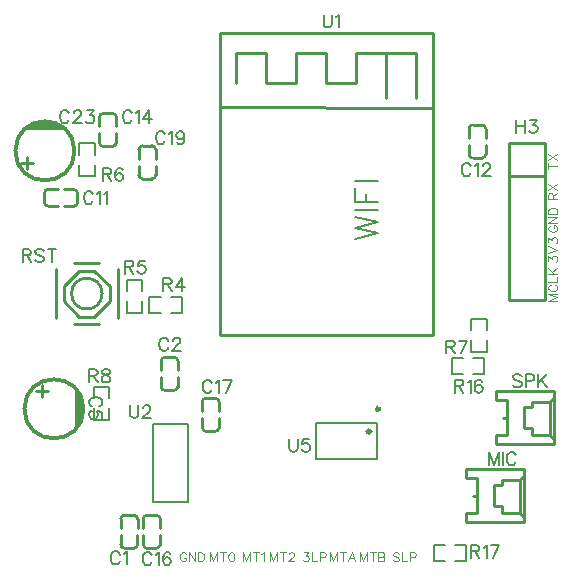
<source format=gto>
G04 Layer: TopSilkscreenLayer*
G04 Panelize: , Column: 1, Row: 1, Board Size: 1.85inch x 1.54inch, Panelized Board Size: 1.85inch x 1.54inch*
G04 EasyEDA v6.5.48, 2025-03-06 20:58:06*
G04 bc0108e7a25f4f9495a06a5a4f8deb47,84066bfdb5964fb78f634a0d0c1972bb,10*
G04 Gerber Generator version 0.2*
G04 Scale: 100 percent, Rotated: No, Reflected: No *
G04 Dimensions in inches *
G04 leading zeros omitted , absolute positions ,3 integer and 6 decimal *
%FSLAX36Y36*%
%MOIN*%

%ADD10C,0.0039*%
%ADD11C,0.0060*%
%ADD12C,0.0080*%
%ADD13C,0.0100*%
%ADD14C,0.0118*%
%ADD15C,0.0152*%

%LPD*%
D10*
X591473Y44623D02*
G01*
X590041Y47487D01*
X587179Y50351D01*
X584315Y51781D01*
X578589Y51781D01*
X575725Y50351D01*
X572862Y47487D01*
X571430Y44623D01*
X569998Y40329D01*
X569998Y33171D01*
X571430Y28876D01*
X572862Y26012D01*
X575725Y23150D01*
X578589Y21718D01*
X584315Y21718D01*
X587179Y23150D01*
X590041Y26012D01*
X591473Y28876D01*
X591473Y33171D01*
X584315Y33171D02*
G01*
X591473Y33171D01*
X600922Y51781D02*
G01*
X600922Y21718D01*
X600922Y51781D02*
G01*
X620965Y21718D01*
X620965Y51781D02*
G01*
X620965Y21718D01*
X630414Y51781D02*
G01*
X630414Y21718D01*
X630414Y51781D02*
G01*
X640435Y51781D01*
X644729Y50351D01*
X647593Y47487D01*
X649025Y44623D01*
X650457Y40329D01*
X650457Y33171D01*
X649025Y28876D01*
X647593Y26012D01*
X644729Y23150D01*
X640435Y21718D01*
X630414Y21718D01*
X670000Y51799D02*
G01*
X670000Y21700D01*
X670000Y51799D02*
G01*
X681500Y21700D01*
X692899Y51799D02*
G01*
X681500Y21700D01*
X692899Y51799D02*
G01*
X692899Y21700D01*
X712399Y51799D02*
G01*
X712399Y21700D01*
X702399Y51799D02*
G01*
X722399Y51799D01*
X740399Y51799D02*
G01*
X736100Y50399D01*
X733299Y46100D01*
X731799Y38899D01*
X731799Y34600D01*
X733299Y27399D01*
X736100Y23099D01*
X740399Y21700D01*
X743299Y21700D01*
X747600Y23099D01*
X750500Y27399D01*
X751900Y34600D01*
X751900Y38899D01*
X750500Y46100D01*
X747600Y50399D01*
X743299Y51799D01*
X740399Y51799D01*
X780000Y51799D02*
G01*
X780000Y21700D01*
X780000Y51799D02*
G01*
X791499Y21700D01*
X802899Y51799D02*
G01*
X791499Y21700D01*
X802899Y51799D02*
G01*
X802899Y21700D01*
X822399Y51799D02*
G01*
X822399Y21700D01*
X812399Y51799D02*
G01*
X832399Y51799D01*
X841800Y46100D02*
G01*
X844700Y47500D01*
X848999Y51799D01*
X848999Y21700D01*
X870000Y51799D02*
G01*
X870000Y21700D01*
X870000Y51799D02*
G01*
X881499Y21700D01*
X892899Y51799D02*
G01*
X881499Y21700D01*
X892899Y51799D02*
G01*
X892899Y21700D01*
X912399Y51799D02*
G01*
X912399Y21700D01*
X902399Y51799D02*
G01*
X922399Y51799D01*
X933299Y44600D02*
G01*
X933299Y46100D01*
X934700Y48899D01*
X936099Y50399D01*
X938999Y51799D01*
X944700Y51799D01*
X947600Y50399D01*
X948999Y48899D01*
X950500Y46100D01*
X950500Y43200D01*
X948999Y40300D01*
X946199Y35999D01*
X931800Y21700D01*
X951899Y21700D01*
X982861Y51781D02*
G01*
X998608Y51781D01*
X990019Y40329D01*
X994314Y40329D01*
X997178Y38897D01*
X998608Y37465D01*
X1000041Y33171D01*
X1000041Y30307D01*
X998608Y26012D01*
X995745Y23150D01*
X991450Y21718D01*
X987156Y21718D01*
X982861Y23150D01*
X981430Y24580D01*
X979997Y27444D01*
X1009489Y51781D02*
G01*
X1009489Y21718D01*
X1009489Y21718D02*
G01*
X1026669Y21718D01*
X1036117Y51781D02*
G01*
X1036117Y21718D01*
X1036117Y51781D02*
G01*
X1049003Y51781D01*
X1053298Y50351D01*
X1054728Y48919D01*
X1056161Y46055D01*
X1056161Y41761D01*
X1054728Y38897D01*
X1053298Y37465D01*
X1049003Y36033D01*
X1036117Y36033D01*
X1070000Y51799D02*
G01*
X1070000Y21700D01*
X1070000Y51799D02*
G01*
X1081499Y21700D01*
X1092899Y51799D02*
G01*
X1081499Y21700D01*
X1092899Y51799D02*
G01*
X1092899Y21700D01*
X1112399Y51799D02*
G01*
X1112399Y21700D01*
X1102399Y51799D02*
G01*
X1122399Y51799D01*
X1143299Y51799D02*
G01*
X1131800Y21700D01*
X1143299Y51799D02*
G01*
X1154799Y21700D01*
X1136099Y31700D02*
G01*
X1150500Y31700D01*
X1170000Y51799D02*
G01*
X1170000Y21700D01*
X1170000Y51799D02*
G01*
X1181499Y21700D01*
X1192899Y51799D02*
G01*
X1181499Y21700D01*
X1192899Y51799D02*
G01*
X1192899Y21700D01*
X1212399Y51799D02*
G01*
X1212399Y21700D01*
X1202399Y51799D02*
G01*
X1222399Y51799D01*
X1231800Y51799D02*
G01*
X1231800Y21700D01*
X1231800Y51799D02*
G01*
X1244700Y51799D01*
X1248999Y50399D01*
X1250500Y48899D01*
X1251899Y46100D01*
X1251899Y43200D01*
X1250500Y40300D01*
X1248999Y38899D01*
X1244700Y37500D01*
X1231800Y37500D02*
G01*
X1244700Y37500D01*
X1248999Y35999D01*
X1250500Y34600D01*
X1251899Y31700D01*
X1251899Y27399D01*
X1250500Y24600D01*
X1248999Y23099D01*
X1244700Y21700D01*
X1231800Y21700D01*
X1300000Y47500D02*
G01*
X1297200Y50399D01*
X1292899Y51799D01*
X1287200Y51799D01*
X1282899Y50399D01*
X1280000Y47500D01*
X1280000Y44600D01*
X1281400Y41799D01*
X1282899Y40300D01*
X1285699Y38899D01*
X1294300Y35999D01*
X1297200Y34600D01*
X1298599Y33200D01*
X1300000Y30300D01*
X1300000Y25999D01*
X1297200Y23099D01*
X1292899Y21700D01*
X1287200Y21700D01*
X1282899Y23099D01*
X1280000Y25999D01*
X1309499Y51799D02*
G01*
X1309499Y21700D01*
X1309499Y21700D02*
G01*
X1326700Y21700D01*
X1336099Y51799D02*
G01*
X1336099Y21700D01*
X1336099Y51799D02*
G01*
X1348999Y51799D01*
X1353299Y50399D01*
X1354700Y48899D01*
X1356199Y46100D01*
X1356199Y41799D01*
X1354700Y38899D01*
X1353299Y37500D01*
X1348999Y35999D01*
X1336099Y35999D01*
X1798213Y889998D02*
G01*
X1828278Y889998D01*
X1798213Y889998D02*
G01*
X1828278Y901451D01*
X1798213Y912903D02*
G01*
X1828278Y901451D01*
X1798213Y912903D02*
G01*
X1828278Y912903D01*
X1805371Y943827D02*
G01*
X1802509Y942395D01*
X1799645Y939533D01*
X1798213Y936669D01*
X1798213Y930943D01*
X1799645Y928079D01*
X1802509Y925216D01*
X1805371Y923784D01*
X1809666Y922352D01*
X1816824Y922352D01*
X1821120Y923784D01*
X1823982Y925216D01*
X1826845Y928079D01*
X1828278Y930943D01*
X1828278Y936669D01*
X1826845Y939533D01*
X1823982Y942395D01*
X1821120Y943827D01*
X1798213Y953276D02*
G01*
X1828278Y953276D01*
X1828278Y953276D02*
G01*
X1828278Y970455D01*
X1798213Y979904D02*
G01*
X1828278Y979904D01*
X1798213Y999947D02*
G01*
X1818257Y979904D01*
X1811098Y987062D02*
G01*
X1828278Y999947D01*
X1798213Y1022860D02*
G01*
X1798213Y1038609D01*
X1809666Y1030019D01*
X1809666Y1034313D01*
X1811098Y1037177D01*
X1812529Y1038609D01*
X1816824Y1040041D01*
X1819687Y1040041D01*
X1823982Y1038609D01*
X1826845Y1035745D01*
X1828278Y1031451D01*
X1828278Y1027156D01*
X1826845Y1022860D01*
X1825415Y1021430D01*
X1822551Y1019998D01*
X1798213Y1049490D02*
G01*
X1828278Y1060943D01*
X1798213Y1072395D02*
G01*
X1828278Y1060943D01*
X1798213Y1084708D02*
G01*
X1798213Y1100455D01*
X1809666Y1091866D01*
X1809666Y1096161D01*
X1811098Y1099023D01*
X1812529Y1100455D01*
X1816824Y1101887D01*
X1819687Y1101887D01*
X1823982Y1100455D01*
X1826845Y1097593D01*
X1828278Y1093297D01*
X1828278Y1089002D01*
X1826845Y1084708D01*
X1825415Y1083276D01*
X1822551Y1081844D01*
X1805371Y1141473D02*
G01*
X1802509Y1140041D01*
X1799645Y1137177D01*
X1798213Y1134313D01*
X1798213Y1128587D01*
X1799645Y1125725D01*
X1802509Y1122860D01*
X1805371Y1121430D01*
X1809666Y1119998D01*
X1816824Y1119998D01*
X1821120Y1121430D01*
X1823982Y1122860D01*
X1826845Y1125725D01*
X1828278Y1128587D01*
X1828278Y1134313D01*
X1826845Y1137177D01*
X1823982Y1140041D01*
X1821120Y1141473D01*
X1816824Y1141473D01*
X1816824Y1134313D02*
G01*
X1816824Y1141473D01*
X1798213Y1150920D02*
G01*
X1828278Y1150920D01*
X1798213Y1150920D02*
G01*
X1828278Y1170963D01*
X1798213Y1170963D02*
G01*
X1828278Y1170963D01*
X1798213Y1180412D02*
G01*
X1828278Y1180412D01*
X1798213Y1180412D02*
G01*
X1798213Y1190435D01*
X1799645Y1194729D01*
X1802509Y1197593D01*
X1805371Y1199023D01*
X1809666Y1200455D01*
X1816824Y1200455D01*
X1821120Y1199023D01*
X1823982Y1197593D01*
X1826845Y1194729D01*
X1828278Y1190435D01*
X1828278Y1180412D01*
X1798213Y1229998D02*
G01*
X1828278Y1229998D01*
X1798213Y1229998D02*
G01*
X1798213Y1242883D01*
X1799645Y1247177D01*
X1801076Y1248609D01*
X1803940Y1250041D01*
X1806803Y1250041D01*
X1809666Y1248609D01*
X1811098Y1247177D01*
X1812529Y1242883D01*
X1812529Y1229998D01*
X1812529Y1240019D02*
G01*
X1828278Y1250041D01*
X1798213Y1259490D02*
G01*
X1828278Y1279533D01*
X1798213Y1279533D02*
G01*
X1828278Y1259490D01*
X1798213Y1340018D02*
G01*
X1828278Y1340018D01*
X1798213Y1329996D02*
G01*
X1798213Y1350039D01*
X1798213Y1359488D02*
G01*
X1828278Y1379531D01*
X1798213Y1379531D02*
G01*
X1828278Y1359488D01*
D11*
X1600000Y385408D02*
G01*
X1600000Y342454D01*
X1600000Y385408D02*
G01*
X1616364Y342454D01*
X1632727Y385408D02*
G01*
X1616364Y342454D01*
X1632727Y385408D02*
G01*
X1632727Y342454D01*
X1646226Y385408D02*
G01*
X1646226Y342454D01*
X1690408Y375181D02*
G01*
X1688364Y379272D01*
X1684273Y383364D01*
X1680182Y385408D01*
X1671999Y385408D01*
X1667908Y383364D01*
X1663818Y379272D01*
X1661773Y375181D01*
X1659727Y369045D01*
X1659727Y358818D01*
X1661773Y352681D01*
X1663818Y348591D01*
X1667908Y344499D01*
X1671999Y342454D01*
X1680182Y342454D01*
X1684273Y344499D01*
X1688364Y348591D01*
X1690408Y352681D01*
X1708635Y639272D02*
G01*
X1704544Y643364D01*
X1698409Y645408D01*
X1690227Y645408D01*
X1684090Y643364D01*
X1680000Y639272D01*
X1680000Y635181D01*
X1682044Y631091D01*
X1684090Y629045D01*
X1688181Y626999D01*
X1700455Y622908D01*
X1704544Y620864D01*
X1706590Y618818D01*
X1708635Y614726D01*
X1708635Y608591D01*
X1704544Y604499D01*
X1698409Y602454D01*
X1690227Y602454D01*
X1684090Y604499D01*
X1680000Y608591D01*
X1722136Y645408D02*
G01*
X1722136Y602454D01*
X1722136Y645408D02*
G01*
X1740545Y645408D01*
X1746682Y643364D01*
X1748726Y641318D01*
X1750772Y637226D01*
X1750772Y631091D01*
X1748726Y626999D01*
X1746682Y624954D01*
X1740545Y622908D01*
X1722136Y622908D01*
X1764273Y645408D02*
G01*
X1764273Y602454D01*
X1792908Y645408D02*
G01*
X1764273Y616772D01*
X1774499Y626999D02*
G01*
X1792908Y602454D01*
X200700Y1515199D02*
G01*
X198600Y1519299D01*
X194499Y1523400D01*
X190500Y1525399D01*
X182300Y1525399D01*
X178200Y1523400D01*
X174099Y1519299D01*
X171999Y1515199D01*
X170000Y1509000D01*
X170000Y1498800D01*
X171999Y1492699D01*
X174099Y1488600D01*
X178200Y1484499D01*
X182300Y1482500D01*
X190500Y1482500D01*
X194499Y1484499D01*
X198600Y1488600D01*
X200700Y1492699D01*
X216199Y1515199D02*
G01*
X216199Y1517199D01*
X218299Y1521300D01*
X220300Y1523400D01*
X224400Y1525399D01*
X232600Y1525399D01*
X236700Y1523400D01*
X238699Y1521300D01*
X240799Y1517199D01*
X240799Y1513099D01*
X238699Y1509000D01*
X234600Y1502899D01*
X214200Y1482500D01*
X242800Y1482500D01*
X260399Y1525399D02*
G01*
X282899Y1525399D01*
X270599Y1509000D01*
X276799Y1509000D01*
X280900Y1506999D01*
X282899Y1505000D01*
X285000Y1498800D01*
X285000Y1494699D01*
X282899Y1488600D01*
X278800Y1484499D01*
X272699Y1482500D01*
X266500Y1482500D01*
X260399Y1484499D01*
X258400Y1486500D01*
X256300Y1490599D01*
X300599Y537939D02*
G01*
X304699Y539940D01*
X308699Y544040D01*
X310799Y548139D01*
X310799Y556340D01*
X308699Y560439D01*
X304699Y564540D01*
X300599Y566540D01*
X294400Y568539D01*
X284200Y568539D01*
X278099Y566540D01*
X274000Y564540D01*
X269899Y560439D01*
X267800Y556340D01*
X267800Y548139D01*
X269899Y544040D01*
X274000Y539940D01*
X278099Y537939D01*
X310799Y499839D02*
G01*
X310799Y520340D01*
X292399Y522339D01*
X294400Y520340D01*
X296500Y514140D01*
X296500Y508040D01*
X294400Y501939D01*
X290300Y497840D01*
X284200Y495740D01*
X280100Y495740D01*
X274000Y497840D01*
X269899Y501939D01*
X267800Y508040D01*
X267800Y514140D01*
X269899Y520340D01*
X271900Y522339D01*
X275999Y524439D01*
X1540000Y75399D02*
G01*
X1540000Y32500D01*
X1540000Y75399D02*
G01*
X1558400Y75399D01*
X1564499Y73400D01*
X1566599Y71300D01*
X1568599Y67199D01*
X1568599Y63099D01*
X1566599Y59000D01*
X1564499Y56999D01*
X1558400Y55000D01*
X1540000Y55000D01*
X1554300Y55000D02*
G01*
X1568599Y32500D01*
X1582100Y67199D02*
G01*
X1586199Y69299D01*
X1592399Y75399D01*
X1592399Y32500D01*
X1634499Y75399D02*
G01*
X1613999Y32500D01*
X1605900Y75399D02*
G01*
X1634499Y75399D01*
X1540268Y1338530D02*
G01*
X1538168Y1342631D01*
X1534068Y1346730D01*
X1530069Y1348730D01*
X1521868Y1348730D01*
X1517768Y1346730D01*
X1513668Y1342631D01*
X1511568Y1338530D01*
X1509569Y1332330D01*
X1509569Y1322130D01*
X1511568Y1316030D01*
X1513668Y1311930D01*
X1517768Y1307831D01*
X1521868Y1305830D01*
X1530069Y1305830D01*
X1534068Y1307831D01*
X1538168Y1311930D01*
X1540268Y1316030D01*
X1553769Y1340531D02*
G01*
X1557869Y1342631D01*
X1563968Y1348730D01*
X1563968Y1305830D01*
X1579569Y1338530D02*
G01*
X1579569Y1340531D01*
X1581568Y1344630D01*
X1583568Y1346730D01*
X1587668Y1348730D01*
X1595869Y1348730D01*
X1599969Y1346730D01*
X1602069Y1344630D01*
X1604068Y1340531D01*
X1604068Y1336430D01*
X1602069Y1332330D01*
X1597969Y1326230D01*
X1577469Y1305830D01*
X1606068Y1305830D01*
X520697Y1445207D02*
G01*
X518596Y1449306D01*
X514497Y1453407D01*
X510497Y1455407D01*
X502296Y1455407D01*
X498197Y1453407D01*
X494097Y1449306D01*
X491997Y1445207D01*
X489996Y1439007D01*
X489996Y1428807D01*
X491997Y1422707D01*
X494097Y1418607D01*
X498197Y1414506D01*
X502296Y1412507D01*
X510497Y1412507D01*
X514497Y1414506D01*
X518596Y1418607D01*
X520697Y1422707D01*
X534196Y1447206D02*
G01*
X538296Y1449306D01*
X544396Y1455407D01*
X544396Y1412507D01*
X584497Y1441107D02*
G01*
X582496Y1435007D01*
X578396Y1430907D01*
X572197Y1428807D01*
X570196Y1428807D01*
X563996Y1430907D01*
X559996Y1435007D01*
X557896Y1441107D01*
X557896Y1443107D01*
X559996Y1449306D01*
X563996Y1453407D01*
X570196Y1455407D01*
X572197Y1455407D01*
X578396Y1453407D01*
X582496Y1449306D01*
X584497Y1441107D01*
X584497Y1430907D01*
X582496Y1420607D01*
X578396Y1414506D01*
X572197Y1412507D01*
X568096Y1412507D01*
X561997Y1414506D01*
X559996Y1418607D01*
X1048663Y1844366D02*
G01*
X1048663Y1813665D01*
X1050663Y1807566D01*
X1054763Y1803465D01*
X1060964Y1801466D01*
X1065064Y1801466D01*
X1071163Y1803465D01*
X1075263Y1807566D01*
X1077263Y1813665D01*
X1077263Y1844366D01*
X1090763Y1836165D02*
G01*
X1094863Y1838265D01*
X1101063Y1844366D01*
X1101063Y1801466D01*
D12*
X1152628Y1097456D02*
G01*
X1229029Y1115655D01*
X1152628Y1133856D02*
G01*
X1229029Y1115655D01*
X1152628Y1133856D02*
G01*
X1229029Y1152055D01*
X1152628Y1170156D02*
G01*
X1229029Y1152055D01*
X1152628Y1194155D02*
G01*
X1229029Y1194155D01*
X1152628Y1218155D02*
G01*
X1229029Y1218155D01*
X1152628Y1218155D02*
G01*
X1152628Y1265455D01*
X1189029Y1218155D02*
G01*
X1189029Y1247256D01*
X1152628Y1289456D02*
G01*
X1229029Y1289456D01*
D11*
X933810Y430734D02*
G01*
X933810Y400034D01*
X935811Y393935D01*
X939911Y389834D01*
X946111Y387835D01*
X950210Y387835D01*
X956310Y389834D01*
X960411Y393935D01*
X962411Y400034D01*
X962411Y430734D01*
X1000510Y430734D02*
G01*
X980011Y430734D01*
X978010Y412334D01*
X980011Y414335D01*
X986211Y416435D01*
X992310Y416435D01*
X998410Y414335D01*
X1002511Y410335D01*
X1004611Y404135D01*
X1004611Y400034D01*
X1002511Y393935D01*
X998410Y389834D01*
X992310Y387835D01*
X986211Y387835D01*
X980011Y389834D01*
X978010Y391835D01*
X975910Y395934D01*
X369782Y44454D02*
G01*
X367681Y48553D01*
X363582Y52654D01*
X359582Y54654D01*
X351381Y54654D01*
X347282Y52654D01*
X343182Y48553D01*
X341082Y44454D01*
X339081Y38254D01*
X339081Y28054D01*
X341082Y21954D01*
X343182Y17854D01*
X347282Y13753D01*
X351381Y11754D01*
X359582Y11754D01*
X363582Y13753D01*
X367681Y17854D01*
X369782Y21954D01*
X383281Y46453D02*
G01*
X387381Y48553D01*
X393481Y54654D01*
X393481Y11754D01*
X531116Y757035D02*
G01*
X529016Y761134D01*
X524915Y765234D01*
X520916Y767235D01*
X512716Y767235D01*
X508616Y765234D01*
X504515Y761134D01*
X502415Y757035D01*
X500416Y750835D01*
X500416Y740635D01*
X502415Y734535D01*
X504515Y730435D01*
X508616Y726334D01*
X512716Y724335D01*
X520916Y724335D01*
X524915Y726334D01*
X529016Y730435D01*
X531116Y734535D01*
X546615Y757035D02*
G01*
X546615Y759034D01*
X548715Y763135D01*
X550716Y765234D01*
X554816Y767235D01*
X563015Y767235D01*
X567116Y765234D01*
X569115Y763135D01*
X571215Y759034D01*
X571215Y754935D01*
X569115Y750835D01*
X565016Y744735D01*
X544616Y724335D01*
X573216Y724335D01*
X280702Y1245194D02*
G01*
X278602Y1249293D01*
X274502Y1253393D01*
X270502Y1255394D01*
X262301Y1255394D01*
X258202Y1253393D01*
X254101Y1249293D01*
X252002Y1245194D01*
X250001Y1238993D01*
X250001Y1228793D01*
X252002Y1222694D01*
X254101Y1218593D01*
X258202Y1214493D01*
X262301Y1212494D01*
X270502Y1212494D01*
X274502Y1214493D01*
X278602Y1218593D01*
X280702Y1222694D01*
X294202Y1247193D02*
G01*
X298301Y1249293D01*
X304402Y1255394D01*
X304402Y1212494D01*
X317901Y1247193D02*
G01*
X322002Y1249293D01*
X328101Y1255394D01*
X328101Y1212494D01*
X410700Y1515192D02*
G01*
X408600Y1519292D01*
X404501Y1523393D01*
X400500Y1525392D01*
X392301Y1525392D01*
X388200Y1523393D01*
X384101Y1519292D01*
X382001Y1515192D01*
X380001Y1508993D01*
X380001Y1498793D01*
X382001Y1492692D01*
X384101Y1488593D01*
X388200Y1484493D01*
X392301Y1482492D01*
X400500Y1482492D01*
X404501Y1484493D01*
X408600Y1488593D01*
X410700Y1492692D01*
X424200Y1517193D02*
G01*
X428301Y1519292D01*
X434400Y1525392D01*
X434400Y1482492D01*
X468400Y1525392D02*
G01*
X447901Y1496792D01*
X478600Y1496792D01*
X468400Y1525392D02*
G01*
X468400Y1482492D01*
X312188Y1332343D02*
G01*
X312188Y1289443D01*
X312188Y1332343D02*
G01*
X330588Y1332343D01*
X336689Y1330342D01*
X338789Y1328243D01*
X340788Y1324142D01*
X340788Y1320043D01*
X338789Y1315943D01*
X336689Y1313942D01*
X330588Y1311943D01*
X312188Y1311943D01*
X326489Y1311943D02*
G01*
X340788Y1289443D01*
X378888Y1326242D02*
G01*
X376788Y1330342D01*
X370689Y1332343D01*
X366588Y1332343D01*
X360488Y1330342D01*
X356388Y1324142D01*
X354288Y1313942D01*
X354288Y1303742D01*
X356388Y1295542D01*
X360488Y1291442D01*
X366588Y1289443D01*
X368688Y1289443D01*
X374789Y1291442D01*
X378888Y1295542D01*
X380889Y1301642D01*
X380889Y1303742D01*
X378888Y1309843D01*
X374789Y1313942D01*
X368688Y1315943D01*
X366588Y1315943D01*
X360488Y1313942D01*
X356388Y1309843D01*
X354288Y1303742D01*
X1457124Y757507D02*
G01*
X1457124Y714607D01*
X1457124Y757507D02*
G01*
X1475524Y757507D01*
X1481625Y755507D01*
X1483725Y753407D01*
X1485725Y749308D01*
X1485725Y745207D01*
X1483725Y741107D01*
X1481625Y739108D01*
X1475524Y737107D01*
X1457124Y737107D01*
X1471424Y737107D02*
G01*
X1485725Y714607D01*
X1527924Y757507D02*
G01*
X1507425Y714607D01*
X1499224Y757507D02*
G01*
X1527924Y757507D01*
X45300Y1062199D02*
G01*
X45300Y1019200D01*
X45300Y1062199D02*
G01*
X63699Y1062199D01*
X69800Y1060100D01*
X71900Y1058099D01*
X73899Y1054000D01*
X73899Y1049899D01*
X71900Y1045799D01*
X69800Y1043800D01*
X63699Y1041700D01*
X45300Y1041700D01*
X59600Y1041700D02*
G01*
X73899Y1019200D01*
X116100Y1055999D02*
G01*
X111999Y1060100D01*
X105799Y1062199D01*
X97600Y1062199D01*
X91500Y1060100D01*
X87399Y1055999D01*
X87399Y1051900D01*
X89499Y1047899D01*
X91500Y1045799D01*
X95599Y1043800D01*
X107899Y1039699D01*
X111999Y1037600D01*
X114000Y1035599D01*
X116100Y1031500D01*
X116100Y1025399D01*
X111999Y1021300D01*
X105799Y1019200D01*
X97600Y1019200D01*
X91500Y1021300D01*
X87399Y1025399D01*
X143899Y1062199D02*
G01*
X143899Y1019200D01*
X129600Y1062199D02*
G01*
X158200Y1062199D01*
X403152Y542312D02*
G01*
X403152Y511612D01*
X405151Y505511D01*
X409252Y501412D01*
X415452Y499412D01*
X419551Y499412D01*
X425652Y501412D01*
X429751Y505511D01*
X431752Y511612D01*
X431752Y542312D01*
X447352Y532112D02*
G01*
X447352Y534112D01*
X449351Y538211D01*
X451451Y540311D01*
X455551Y542312D01*
X463652Y542312D01*
X467752Y540311D01*
X469852Y538211D01*
X471851Y534112D01*
X471851Y530012D01*
X469852Y525911D01*
X465752Y519812D01*
X445252Y499412D01*
X473951Y499412D01*
X513811Y965131D02*
G01*
X513811Y922231D01*
X513811Y965131D02*
G01*
X532211Y965131D01*
X538310Y963130D01*
X540410Y961030D01*
X542411Y956930D01*
X542411Y952831D01*
X540410Y948730D01*
X538310Y946730D01*
X532211Y944731D01*
X513811Y944731D01*
X528110Y944731D02*
G01*
X542411Y922231D01*
X576410Y965131D02*
G01*
X555911Y936531D01*
X586610Y936531D01*
X576410Y965131D02*
G01*
X576410Y922231D01*
X386341Y1024095D02*
G01*
X386341Y981195D01*
X386341Y1024095D02*
G01*
X404740Y1024095D01*
X410841Y1022096D01*
X412941Y1019996D01*
X414940Y1015895D01*
X414940Y1011795D01*
X412941Y1007696D01*
X410841Y1005695D01*
X404740Y1003695D01*
X386341Y1003695D01*
X400641Y1003695D02*
G01*
X414940Y981195D01*
X453040Y1024095D02*
G01*
X432541Y1024095D01*
X430540Y1005695D01*
X432541Y1007696D01*
X438741Y1009796D01*
X444841Y1009796D01*
X450940Y1007696D01*
X455041Y1003695D01*
X457141Y997496D01*
X457141Y993395D01*
X455041Y987296D01*
X450940Y983195D01*
X444841Y981195D01*
X438741Y981195D01*
X432541Y983195D01*
X430540Y985196D01*
X428440Y989295D01*
X1486658Y626531D02*
G01*
X1486658Y583631D01*
X1486658Y626531D02*
G01*
X1505059Y626531D01*
X1511158Y624531D01*
X1513258Y622431D01*
X1515258Y618330D01*
X1515258Y614230D01*
X1513258Y610131D01*
X1511158Y608130D01*
X1505059Y606131D01*
X1486658Y606131D01*
X1500959Y606131D02*
G01*
X1515258Y583631D01*
X1528759Y618330D02*
G01*
X1532858Y620430D01*
X1539058Y626531D01*
X1539058Y583631D01*
X1577058Y620430D02*
G01*
X1575059Y624531D01*
X1568859Y626531D01*
X1564759Y626531D01*
X1558658Y624531D01*
X1554558Y618330D01*
X1552559Y608130D01*
X1552559Y597930D01*
X1554558Y589731D01*
X1558658Y585630D01*
X1564759Y583631D01*
X1566859Y583631D01*
X1572959Y585630D01*
X1577058Y589731D01*
X1579158Y595830D01*
X1579158Y597930D01*
X1577058Y604031D01*
X1572959Y608130D01*
X1566859Y610131D01*
X1564759Y610131D01*
X1558658Y608130D01*
X1554558Y604031D01*
X1552559Y597930D01*
X476763Y41298D02*
G01*
X474663Y45398D01*
X470563Y49497D01*
X466563Y51498D01*
X458364Y51498D01*
X454263Y49497D01*
X450163Y45398D01*
X448063Y41298D01*
X446064Y35097D01*
X446064Y24897D01*
X448063Y18798D01*
X450163Y14697D01*
X454263Y10597D01*
X458364Y8598D01*
X466563Y8598D01*
X470563Y10597D01*
X474663Y14697D01*
X476763Y18798D01*
X490264Y43297D02*
G01*
X494364Y45398D01*
X500464Y51498D01*
X500464Y8598D01*
X538564Y45398D02*
G01*
X536464Y49497D01*
X530363Y51498D01*
X526264Y51498D01*
X520064Y49497D01*
X516064Y43297D01*
X513964Y33097D01*
X513964Y22898D01*
X516064Y14697D01*
X520064Y10597D01*
X526264Y8598D01*
X528263Y8598D01*
X534463Y10597D01*
X538564Y14697D01*
X540563Y20797D01*
X540563Y22898D01*
X538564Y28998D01*
X534463Y33097D01*
X528263Y35097D01*
X526264Y35097D01*
X520064Y33097D01*
X516064Y28998D01*
X513964Y22898D01*
X676610Y615835D02*
G01*
X674511Y619935D01*
X670410Y624034D01*
X666410Y626035D01*
X658211Y626035D01*
X654110Y624034D01*
X650010Y619935D01*
X647910Y615835D01*
X645911Y609634D01*
X645911Y599434D01*
X647910Y593335D01*
X650010Y589234D01*
X654110Y585135D01*
X658211Y583135D01*
X666410Y583135D01*
X670410Y585135D01*
X674511Y589234D01*
X676610Y593335D01*
X690111Y617835D02*
G01*
X694211Y619935D01*
X700311Y626035D01*
X700311Y583135D01*
X742411Y626035D02*
G01*
X722011Y583135D01*
X713811Y626035D02*
G01*
X742411Y626035D01*
X266775Y661374D02*
G01*
X266775Y618474D01*
X266775Y661374D02*
G01*
X285176Y661374D01*
X291275Y659373D01*
X293375Y657274D01*
X295376Y653173D01*
X295376Y649074D01*
X293375Y644974D01*
X291275Y642973D01*
X285176Y640974D01*
X266775Y640974D01*
X281075Y640974D02*
G01*
X295376Y618474D01*
X319176Y661374D02*
G01*
X312975Y659373D01*
X310976Y655273D01*
X310976Y651174D01*
X312975Y647073D01*
X317076Y644974D01*
X325275Y642973D01*
X331376Y640974D01*
X335475Y636873D01*
X337575Y632773D01*
X337575Y626574D01*
X335475Y622474D01*
X333476Y620473D01*
X327276Y618474D01*
X319176Y618474D01*
X312975Y620473D01*
X310976Y622474D01*
X308876Y626574D01*
X308876Y632773D01*
X310976Y636873D01*
X315075Y640974D01*
X321176Y642973D01*
X329376Y644974D01*
X333476Y647073D01*
X335475Y651174D01*
X335475Y655273D01*
X333476Y659373D01*
X327276Y661374D01*
X319176Y661374D01*
X1691737Y1492501D02*
G01*
X1691737Y1449601D01*
X1720338Y1492501D02*
G01*
X1720338Y1449601D01*
X1691737Y1472101D02*
G01*
X1720338Y1472101D01*
X1737938Y1492501D02*
G01*
X1760438Y1492501D01*
X1748238Y1476102D01*
X1754337Y1476102D01*
X1758437Y1474101D01*
X1760438Y1472101D01*
X1762538Y1465902D01*
X1762538Y1461801D01*
X1760438Y1455702D01*
X1756337Y1451601D01*
X1750237Y1449601D01*
X1744138Y1449601D01*
X1737938Y1451601D01*
X1735937Y1453602D01*
X1733837Y1457701D01*
G36*
X120000Y1488420D02*
G01*
X114620Y1488260D01*
X109260Y1487780D01*
X103940Y1486980D01*
X98680Y1485860D01*
X93500Y1484420D01*
X90940Y1483600D01*
X85900Y1481699D01*
X80980Y1479520D01*
X76200Y1477040D01*
X71580Y1474280D01*
X67140Y1471240D01*
X62880Y1467940D01*
X58840Y1464400D01*
X55000Y1460640D01*
X185000Y1460640D01*
X181160Y1464400D01*
X177120Y1467940D01*
X172860Y1471240D01*
X168420Y1474280D01*
X163800Y1477040D01*
X159020Y1479520D01*
X154100Y1481699D01*
X149060Y1483600D01*
X143920Y1485180D01*
X138700Y1486459D01*
X133400Y1487420D01*
X128059Y1488060D01*
X122700Y1488380D01*
G37*
G36*
X220640Y595000D02*
G01*
X220640Y465000D01*
X224400Y468840D01*
X227940Y472879D01*
X231240Y477140D01*
X234280Y481580D01*
X237040Y486200D01*
X239520Y490980D01*
X241700Y495900D01*
X243600Y500940D01*
X245180Y506079D01*
X246460Y511300D01*
X247420Y516599D01*
X248060Y521940D01*
X248380Y527300D01*
X248380Y532700D01*
X248060Y538060D01*
X247420Y543400D01*
X246460Y548700D01*
X245180Y553920D01*
X243600Y559060D01*
X241700Y564100D01*
X239520Y569020D01*
X237040Y573800D01*
X234280Y578420D01*
X231240Y582860D01*
X227940Y587120D01*
X224400Y591160D01*
G37*
D13*
X1716199Y328800D02*
G01*
X1523289Y328800D01*
X1700860Y294490D02*
G01*
X1642989Y294490D01*
X1642989Y276829D01*
X1618180Y276829D01*
X1618180Y205540D01*
X1642989Y205540D01*
X1642989Y183099D01*
X1701260Y183099D01*
X1694170Y183099D01*
X1523289Y328800D02*
G01*
X1523289Y298090D01*
X1560709Y298090D01*
X1560709Y239029D01*
X1548100Y239029D01*
X1716610Y328420D02*
G01*
X1716610Y153180D01*
X1716610Y328420D02*
G01*
X1716610Y308330D01*
X1702439Y294160D01*
X1701260Y294160D01*
X1702439Y294160D02*
G01*
X1702439Y181920D01*
X1716610Y167750D01*
X1716610Y152399D01*
X1716610Y167750D01*
X1716180Y152280D02*
G01*
X1523270Y152280D01*
X1560709Y238620D02*
G01*
X1560709Y185470D01*
X1522910Y152399D02*
G01*
X1522899Y182229D01*
X1560709Y182229D01*
X1560709Y191370D01*
X1816199Y588800D02*
G01*
X1623289Y588800D01*
X1800860Y554490D02*
G01*
X1742989Y554490D01*
X1742989Y536829D01*
X1718180Y536829D01*
X1718180Y465540D01*
X1742989Y465540D01*
X1742989Y443099D01*
X1801260Y443099D01*
X1794170Y443099D01*
X1623289Y588800D02*
G01*
X1623289Y558090D01*
X1660709Y558090D01*
X1660709Y499029D01*
X1648100Y499029D01*
X1816610Y588420D02*
G01*
X1816610Y413180D01*
X1816610Y588420D02*
G01*
X1816610Y568330D01*
X1802439Y554160D01*
X1801260Y554160D01*
X1802439Y554160D02*
G01*
X1802439Y441920D01*
X1816610Y427750D01*
X1816610Y412399D01*
X1816610Y427750D01*
X1816180Y412280D02*
G01*
X1623270Y412280D01*
X1660709Y498620D02*
G01*
X1660709Y445470D01*
X1622910Y412399D02*
G01*
X1622899Y442229D01*
X1660709Y442229D01*
X1660709Y451370D01*
X60949Y1330309D02*
G01*
X60949Y1370309D01*
X41260Y1350630D02*
G01*
X81260Y1350630D01*
X90309Y589050D02*
G01*
X130309Y589050D01*
X110630Y608739D02*
G01*
X110630Y568739D01*
D11*
X1486779Y23991D02*
G01*
X1524530Y23991D01*
X1524530Y76008D01*
X1486779Y76008D01*
X1453220Y23991D02*
G01*
X1415469Y23991D01*
X1415469Y76008D01*
X1453220Y76008D01*
D13*
X1533630Y1433000D02*
G01*
X1533630Y1464497D01*
X1577323Y1476694D02*
G01*
X1545828Y1476694D01*
X1589521Y1433000D02*
G01*
X1589521Y1464497D01*
X1533401Y1410327D02*
G01*
X1533401Y1378832D01*
X1589291Y1410327D02*
G01*
X1589291Y1378832D01*
X1577094Y1366635D02*
G01*
X1545598Y1366635D01*
X488935Y1340668D02*
G01*
X488935Y1309171D01*
X445241Y1296974D02*
G01*
X476738Y1296974D01*
X433043Y1340668D02*
G01*
X433043Y1309171D01*
X489164Y1363341D02*
G01*
X489164Y1394834D01*
X433274Y1363341D02*
G01*
X433274Y1394834D01*
X445470Y1407033D02*
G01*
X476968Y1407033D01*
X1308383Y1717161D02*
G01*
X1358383Y1717161D01*
X1358383Y1567161D01*
X1258383Y1717161D02*
G01*
X1258383Y1567161D01*
X758384Y1617161D02*
G01*
X758384Y1717161D01*
X858383Y1717161D01*
X858383Y1617161D01*
X958383Y1617161D01*
X958383Y1717161D01*
X1058383Y1717161D01*
X1058383Y1617161D01*
X1158383Y1617161D01*
X1158383Y1717161D01*
X1308383Y1717161D01*
X704837Y1536846D02*
G01*
X1412712Y1533694D01*
X704054Y1781725D02*
G01*
X1412713Y1781725D01*
X1412713Y777786D01*
X704054Y777786D01*
X704054Y1781725D01*
D11*
X1226235Y484232D02*
G01*
X1226235Y364436D01*
X1023386Y364436D01*
X1023386Y484232D01*
X1226235Y484232D01*
D13*
X372930Y131900D02*
G01*
X372930Y163396D01*
X416624Y175594D02*
G01*
X385127Y175594D01*
X428822Y131900D02*
G01*
X428822Y163396D01*
X372701Y109227D02*
G01*
X372701Y77732D01*
X428591Y109227D02*
G01*
X428591Y77732D01*
X416395Y65534D02*
G01*
X384897Y65534D01*
X562890Y635470D02*
G01*
X562890Y603973D01*
X519198Y591775D02*
G01*
X550693Y591775D01*
X506999Y635470D02*
G01*
X506999Y603973D01*
X563121Y658143D02*
G01*
X563121Y689636D01*
X507229Y658143D02*
G01*
X507229Y689636D01*
X519427Y701835D02*
G01*
X550924Y701835D01*
X184675Y1261514D02*
G01*
X216172Y1261514D01*
X228369Y1217822D02*
G01*
X228369Y1249317D01*
X184675Y1205623D02*
G01*
X216172Y1205623D01*
X162002Y1261745D02*
G01*
X130509Y1261745D01*
X162002Y1205853D02*
G01*
X130509Y1205853D01*
X118310Y1218051D02*
G01*
X118310Y1249547D01*
X357480Y1448634D02*
G01*
X357480Y1417138D01*
X313787Y1404940D02*
G01*
X345282Y1404940D01*
X301588Y1448634D02*
G01*
X301588Y1417138D01*
X357710Y1471307D02*
G01*
X357710Y1502802D01*
X301819Y1471307D02*
G01*
X301819Y1502802D01*
X314016Y1515000D02*
G01*
X345513Y1515000D01*
D11*
X286008Y1376779D02*
G01*
X286008Y1414531D01*
X233991Y1414531D01*
X233991Y1376779D01*
X286008Y1343220D02*
G01*
X286008Y1305468D01*
X233991Y1305468D01*
X233991Y1343220D01*
X1540203Y758854D02*
G01*
X1540203Y721104D01*
X1592218Y721104D01*
X1592218Y758854D01*
X1540203Y792415D02*
G01*
X1540203Y830165D01*
X1592218Y830165D01*
X1592218Y792415D01*
D13*
X361977Y996289D02*
G01*
X361977Y831981D01*
X301696Y811772D02*
G01*
X217534Y811772D01*
X157253Y831981D02*
G01*
X157253Y996287D01*
X217534Y1016496D02*
G01*
X301696Y1016496D01*
X285207Y990907D02*
G01*
X336388Y939726D01*
X336388Y888544D01*
X285207Y837363D01*
X234025Y837363D01*
X182844Y888544D01*
X182844Y939726D01*
X234025Y990907D01*
X285207Y990907D01*
D11*
X597577Y480488D02*
G01*
X597577Y218582D01*
X481720Y218582D01*
X481720Y480488D01*
X597577Y480488D01*
X539591Y850743D02*
G01*
X577341Y850743D01*
X577341Y902759D01*
X539591Y902759D01*
X506030Y850743D02*
G01*
X468279Y850743D01*
X468279Y902759D01*
X506030Y902759D01*
X444353Y922476D02*
G01*
X444353Y960226D01*
X392337Y960226D01*
X392337Y922476D01*
X444353Y888915D02*
G01*
X444353Y851165D01*
X392337Y851165D01*
X392337Y888915D01*
X1513630Y699558D02*
G01*
X1475879Y699558D01*
X1475879Y647543D01*
X1513630Y647543D01*
X1547191Y699558D02*
G01*
X1584942Y699558D01*
X1584942Y647543D01*
X1547191Y647543D01*
D13*
X448330Y131700D02*
G01*
X448330Y163197D01*
X492024Y175394D02*
G01*
X460527Y175394D01*
X504221Y131700D02*
G01*
X504221Y163197D01*
X448101Y109027D02*
G01*
X448101Y77532D01*
X503991Y109027D02*
G01*
X503991Y77532D01*
X491795Y65335D02*
G01*
X460297Y65335D01*
X700590Y498969D02*
G01*
X700590Y467472D01*
X656898Y455275D02*
G01*
X688393Y455275D01*
X644699Y498969D02*
G01*
X644699Y467472D01*
X700821Y521642D02*
G01*
X700821Y553137D01*
X644929Y521642D02*
G01*
X644929Y553137D01*
X657127Y565335D02*
G01*
X688623Y565335D01*
D11*
X282600Y531559D02*
G01*
X282600Y493809D01*
X334616Y493809D01*
X334616Y531559D01*
X282600Y565120D02*
G01*
X282600Y602871D01*
X334616Y602871D01*
X334616Y565120D01*
D13*
X1786926Y1416729D02*
G01*
X1786926Y891729D01*
X1666926Y891729D01*
X1666926Y1416729D01*
X1786926Y1416729D01*
X1786926Y1306729D02*
G01*
X1666926Y1306729D01*
G75*
G01*
X1577324Y1476695D02*
G02*
X1589522Y1464497I0J-12198D01*
G75*
G01*
X1533630Y1464497D02*
G02*
X1545828Y1476695I12198J0D01*
G75*
G01*
X1589293Y1378833D02*
G02*
X1577095Y1366635I-12198J0D01*
G75*
G01*
X1545599Y1366635D02*
G02*
X1533401Y1378833I0J12198D01*
G75*
G01*
X445242Y1296973D02*
G02*
X433044Y1309171I0J12198D01*
G75*
G01*
X488936Y1309171D02*
G02*
X476738Y1296973I-12198J0D01*
G75*
G01*
X433273Y1394835D02*
G02*
X445471Y1407033I12198J0D01*
G75*
G01*
X476967Y1407033D02*
G02*
X489165Y1394835I0J-12198D01*
G75*
G01*
X416624Y175595D02*
G02*
X428822Y163397I0J-12198D01*
G75*
G01*
X372930Y163397D02*
G02*
X385128Y175595I12198J0D01*
G75*
G01*
X428593Y77733D02*
G02*
X416395Y65535I-12198J0D01*
G75*
G01*
X384899Y65535D02*
G02*
X372701Y77733I0J12198D01*
G75*
G01*
X519198Y591775D02*
G02*
X507000Y603973I0J12198D01*
G75*
G01*
X562892Y603973D02*
G02*
X550694Y591775I-12198J0D01*
G75*
G01*
X507229Y689637D02*
G02*
X519427Y701835I12198J0D01*
G75*
G01*
X550923Y701835D02*
G02*
X563121Y689637I0J-12198D01*
G75*
G01*
X228371Y1217822D02*
G02*
X216173Y1205624I-12198J0D01*
G75*
G01*
X216173Y1261516D02*
G02*
X228371Y1249318I0J-12198D01*
G75*
G01*
X130509Y1205853D02*
G02*
X118311Y1218051I0J12198D01*
G75*
G01*
X118311Y1249547D02*
G02*
X130509Y1261745I12198J0D01*
G75*
G01*
X313787Y1404940D02*
G02*
X301589Y1417138I0J12198D01*
G75*
G01*
X357481Y1417138D02*
G02*
X345283Y1404940I-12198J0D01*
G75*
G01*
X301818Y1502802D02*
G02*
X314016Y1515000I12198J0D01*
G75*
G01*
X345512Y1515000D02*
G02*
X357710Y1502802I0J-12198D01*
G75*
G01*
X492024Y175395D02*
G02*
X504222Y163197I0J-12198D01*
G75*
G01*
X448330Y163197D02*
G02*
X460528Y175395I12198J0D01*
G75*
G01*
X503993Y77533D02*
G02*
X491795Y65335I-12198J0D01*
G75*
G01*
X460299Y65335D02*
G02*
X448101Y77533I0J12198D01*
G75*
G01*
X656898Y455275D02*
G02*
X644700Y467473I0J12198D01*
G75*
G01*
X700592Y467473D02*
G02*
X688394Y455275I-12198J0D01*
G75*
G01*
X644929Y553137D02*
G02*
X657127Y565335I12198J0D01*
G75*
G01*
X688623Y565335D02*
G02*
X700821Y553137I0J-12198D01*
D14*
G75*
G01
X218430Y1390000D02*
G03X218430Y1390000I-98430J0D01*
G75*
G01
X248430Y530000D02*
G03X248430Y530000I-98430J0D01*
G75*
G01
X1205720Y454620D02*
G03X1205720Y454620I-5910J0D01*
G75*
G01
X1235930Y529950D02*
G03X1235930Y529950I-5910J0D01*
D13*
G75*
G01
X310790Y914140D02*
G03X310790Y914140I-51180J0D01*
M02*

</source>
